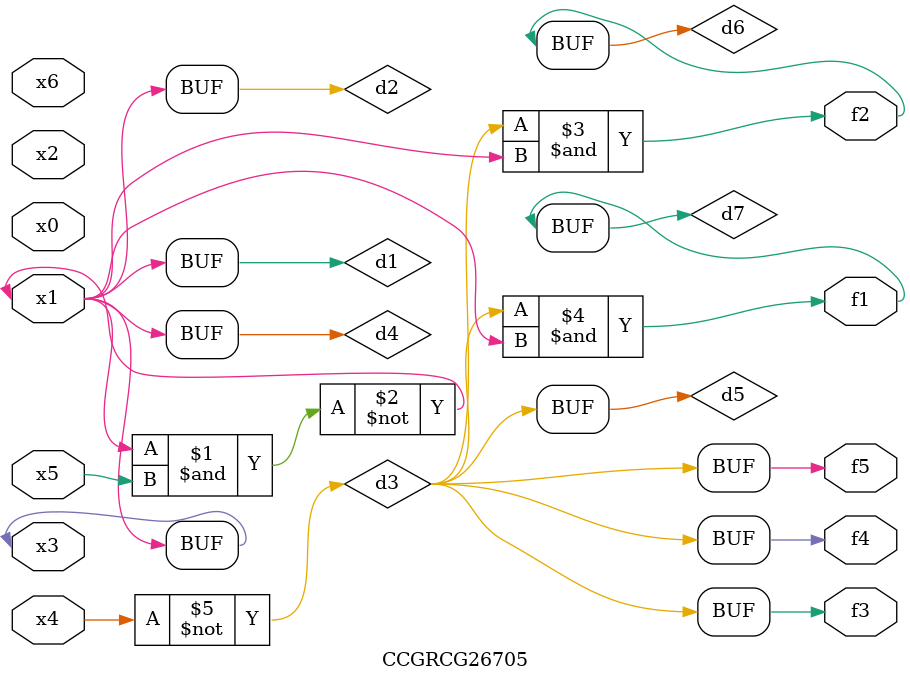
<source format=v>
module CCGRCG26705(
	input x0, x1, x2, x3, x4, x5, x6,
	output f1, f2, f3, f4, f5
);

	wire d1, d2, d3, d4, d5, d6, d7;

	buf (d1, x1, x3);
	nand (d2, x1, x5);
	not (d3, x4);
	buf (d4, d1, d2);
	buf (d5, d3);
	and (d6, d3, d4);
	and (d7, d3, d4);
	assign f1 = d7;
	assign f2 = d6;
	assign f3 = d5;
	assign f4 = d5;
	assign f5 = d5;
endmodule

</source>
